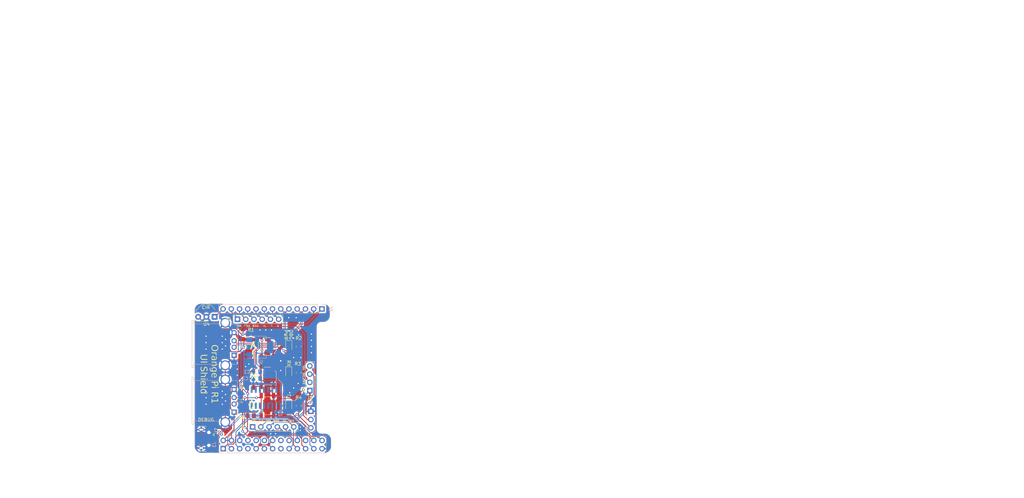
<source format=kicad_pcb>
(kicad_pcb (version 20221018) (generator pcbnew)

  (general
    (thickness 1.6)
  )

  (paper "A4")
  (layers
    (0 "F.Cu" signal)
    (31 "B.Cu" signal)
    (32 "B.Adhes" user "B.Adhesive")
    (33 "F.Adhes" user "F.Adhesive")
    (34 "B.Paste" user)
    (35 "F.Paste" user)
    (36 "B.SilkS" user "B.Silkscreen")
    (37 "F.SilkS" user "F.Silkscreen")
    (38 "B.Mask" user)
    (39 "F.Mask" user)
    (40 "Dwgs.User" user "User.Drawings")
    (41 "Cmts.User" user "User.Comments")
    (42 "Eco1.User" user "User.Eco1")
    (43 "Eco2.User" user "User.Eco2")
    (44 "Edge.Cuts" user)
    (45 "Margin" user)
    (46 "B.CrtYd" user "B.Courtyard")
    (47 "F.CrtYd" user "F.Courtyard")
    (48 "B.Fab" user)
    (49 "F.Fab" user)
    (51 "User.2" user "User.OPI_R1_F_Fab")
  )

  (setup
    (stackup
      (layer "F.SilkS" (type "Top Silk Screen"))
      (layer "F.Paste" (type "Top Solder Paste"))
      (layer "F.Mask" (type "Top Solder Mask") (thickness 0.01))
      (layer "F.Cu" (type "copper") (thickness 0.035))
      (layer "dielectric 1" (type "core") (thickness 1.51) (material "FR4") (epsilon_r 4.5) (loss_tangent 0.02))
      (layer "B.Cu" (type "copper") (thickness 0.035))
      (layer "B.Mask" (type "Bottom Solder Mask") (thickness 0.01))
      (layer "B.Paste" (type "Bottom Solder Paste"))
      (layer "B.SilkS" (type "Bottom Silk Screen"))
      (copper_finish "None")
      (dielectric_constraints no)
    )
    (pad_to_mask_clearance 0.05)
    (pcbplotparams
      (layerselection 0x00010fc_ffffffff)
      (plot_on_all_layers_selection 0x0000000_00000000)
      (disableapertmacros false)
      (usegerberextensions false)
      (usegerberattributes true)
      (usegerberadvancedattributes true)
      (creategerberjobfile true)
      (dashed_line_dash_ratio 12.000000)
      (dashed_line_gap_ratio 3.000000)
      (svgprecision 4)
      (plotframeref false)
      (viasonmask false)
      (mode 1)
      (useauxorigin false)
      (hpglpennumber 1)
      (hpglpenspeed 20)
      (hpglpendiameter 15.000000)
      (dxfpolygonmode true)
      (dxfimperialunits true)
      (dxfusepcbnewfont true)
      (psnegative false)
      (psa4output false)
      (plotreference true)
      (plotvalue true)
      (plotinvisibletext false)
      (sketchpadsonfab false)
      (subtractmaskfromsilk false)
      (outputformat 1)
      (mirror false)
      (drillshape 0)
      (scaleselection 1)
      (outputdirectory "gerbers/")
    )
  )

  (net 0 "")
  (net 1 "Net-(D1-A)")
  (net 2 "GND")
  (net 3 "Net-(D1-K)")
  (net 4 "Net-(D2-K)")
  (net 5 "Net-(D3-K)")
  (net 6 "/DEBUG_RX")
  (net 7 "/DEBUG_TX")
  (net 8 "+5V")
  (net 9 "/USB2+")
  (net 10 "/USB2-")
  (net 11 "/USB3+")
  (net 12 "/USB3-")
  (net 13 "Net-(J2-LINEOUTR)")
  (net 14 "Net-(J2-LINEOUTL)")
  (net 15 "Net-(J2-TV-OUT)")
  (net 16 "Net-(J2-MIC-BIAS)")
  (net 17 "Net-(J2-MIC1P)")
  (net 18 "Net-(J2-MIC1N)")
  (net 19 "/CIR-RX")
  (net 20 "+3.3V")
  (net 21 "/OLED_SDA")
  (net 22 "/OLED_SCK")
  (net 23 "unconnected-(J3-PA06-Pad7)")
  (net 24 "unconnected-(J3-TX1{slash}PG06-Pad8)")
  (net 25 "unconnected-(J3-RX1{slash}PG07-Pad10)")
  (net 26 "/SW1")
  (net 27 "unconnected-(J3-PA07-Pad12)")
  (net 28 "/SW2")
  (net 29 "unconnected-(J3-CTS{slash}PA03-Pad15)")
  (net 30 "unconnected-(J3-SDA1{slash}PA19-Pad16)")
  (net 31 "unconnected-(J3-SCK1{slash}PA18-Pad18)")
  (net 32 "/MOSI1")
  (net 33 "/MISO1")
  (net 34 "unconnected-(J3-RTS2{slash}PA02-Pad22)")
  (net 35 "/CLK1")
  (net 36 "/CS1")
  (net 37 "/SW3")
  (net 38 "Net-(J7-VBUS)")
  (net 39 "/UART_USB-")
  (net 40 "/UART_USB+")
  (net 41 "unconnected-(J7-ID-Pad4)")
  (net 42 "unconnected-(U2-NC-Pad7)")
  (net 43 "unconnected-(U2-NC-Pad8)")
  (net 44 "unconnected-(U2-~{CTS}-Pad9)")
  (net 45 "unconnected-(U2-~{DSR}-Pad10)")
  (net 46 "unconnected-(U2-~{RI}-Pad11)")
  (net 47 "unconnected-(U2-~{DCD}-Pad12)")
  (net 48 "unconnected-(U2-~{DTR}-Pad13)")
  (net 49 "unconnected-(U2-~{RTS}-Pad14)")
  (net 50 "unconnected-(U2-R232-Pad15)")

  (footprint "Resistor_SMD:R_0805_2012Metric_Pad1.20x1.40mm_HandSolder" (layer "F.Cu") (at 51.832 39.37 180))

  (footprint "LED_SMD:LED_0805_2012Metric_Pad1.15x1.40mm_HandSolder" (layer "F.Cu") (at 63.5 61.468 -90))

  (footprint "Resistor_SMD:R_0805_2012Metric_Pad1.20x1.40mm_HandSolder" (layer "F.Cu") (at 66.548 43.18 -90))

  (footprint "Resistor_SMD:R_0805_2012Metric_Pad1.20x1.40mm_HandSolder" (layer "F.Cu") (at 66.548 61.484 -90))

  (footprint "Resistor_SMD:R_0805_2012Metric_Pad1.20x1.40mm_HandSolder" (layer "F.Cu") (at 51.75 64.5 180))

  (footprint "Resistor_SMD:R_0805_2012Metric_Pad1.20x1.40mm_HandSolder" (layer "F.Cu") (at 66.548 51.308 -90))

  (footprint "Connector_PinSocket_2.54mm:PinSocket_1x04_P2.54mm_Vertical" (layer "F.Cu") (at 69.975 56.8 180))

  (footprint "Connector_PinSocket_2.54mm:PinSocket_1x06_P2.54mm_Vertical" (layer "F.Cu") (at 52.34 68 90))

  (footprint "LED_SMD:LED_0805_2012Metric_Pad1.15x1.40mm_HandSolder" (layer "F.Cu") (at 63.5 43.189 -90))

  (footprint "Button_Switch_SMD:SW_SPST_TL3342" (layer "F.Cu") (at 56.896 52.324 -90))

  (footprint "LED_SMD:LED_0805_2012Metric_Pad1.15x1.40mm_HandSolder" (layer "F.Cu") (at 63.5 51.299 -90))

  (footprint "Button_Switch_SMD:SW_SPST_TL3342" (layer "F.Cu") (at 56.896 61.468 -90))

  (footprint "Connector_PinSocket_2.54mm:PinSocket_1x06_P2.54mm_Vertical" (layer "F.Cu") (at 47.675 34.775 90))

  (footprint "Connector_USB:USB_Micro-B_XKB_U254-051T-4BH83-F1S" (layer "F.Cu") (at 36.9 71.7 -90))

  (footprint "OptoDevice:Vishay_MOLD-3Pin" (layer "F.Cu") (at 40.64 34.036 180))

  (footprint "Resistor_SMD:R_0805_2012Metric_Pad1.20x1.40mm_HandSolder" (layer "F.Cu") (at 51.578 55.88 180))

  (footprint "Button_Switch_SMD:SW_SPST_TL3342" (layer "F.Cu") (at 56.896 43.18 -90))

  (footprint "Connector_PinSocket_2.54mm:PinSocket_2x13_P2.54mm_Vertical" (layer "B.Cu") (at 43.2816 74.7268 -90))

  (footprint "Connector_PinSocket_2.54mm:PinSocket_1x03_P2.54mm_Vertical" (layer "B.Cu") (at 70.3072 63.1952 180))

  (footprint "Connector_PinSocket_2.54mm:PinSocket_1x13_P2.54mm_Vertical" (layer "B.Cu") (at 73.7108 31.5976 90))

  (footprint "Package_SO:SOIC-16_3.9x9.9mm_P1.27mm" (layer "B.Cu") (at 56.5 59 90))

  (footprint "Connector_USB:USB_A_Stewart_SS-52100-001_Horizontal" (layer "B.Cu") (at 46.63 63.444 90))

  (footprint "Capacitor_SMD:C_0805_2012Metric_Pad1.18x1.45mm_HandSolder" (layer "B.Cu") (at 53.6 51 180))

  (footprint "Capacitor_SMD:C_0805_2012Metric_Pad1.18x1.45mm_HandSolder" (layer "B.Cu") (at 53.594 53.086 180))

  (footprint "Connector_USB:USB_A_Stewart_SS-52100-001_Horizontal" (layer "B.Cu") (at 46.63 45.918 90))

  (footprint "Package_TO_SOT_SMD:SOT-223-3_TabPin2" (layer "B.Cu") (at 54.61 43.4))

  (gr_line (start 257.83691 45.160961) (end 257.83691 47.160957)
    (stroke (width 0.1) (type solid)) (layer "Dwgs.User") (tstamp 00311a39-cc21-4945-95ff-8d1125b5e34c))
  (gr_arc (start 246.851665 39.877508) (mid 247.103549 40.37738) (end 246.851664 40.877251)
    (stroke (width 0.1) (type solid)) (layer "Dwgs.User") (tstamp 00363e60-18f0-43e3-84f0-41bd0ede909d))
  (gr_line (start 57.356612 40.910779) (end 57.356612 41.215579)
    (stroke (width 0.1) (type solid)) (layer "Dwgs.User") (tstamp 005fe9e9-d3a8-4e2f-8539-b9aca8f07414))
  (gr_arc (start 36.496607 75.988687) (mid 35.082396 75.402902) (end 34.496612 73.988691)
    (stroke (width 0.1) (type solid)) (layer "Dwgs.User") (tstamp 006948f1-a027-4d44-a67e-4e5028ff8f93))
  (gr_line (start 29.496622 -21.519119) (end 30.945438 -22.967935)
    (stroke (width 0.1) (type solid)) (layer "Dwgs.User") (tstamp 00739442-d60c-4dc2-9942-35437b3f7293))
  (gr_arc (start 231.4536 44.096905) (mid 231.201703 43.59702) (end 231.4536 43.097135)
    (stroke (width 0.1) (type solid)) (layer "Dwgs.User") (tstamp 0097c8f6-aff8-498e-8412-e17a9f5608a4))
  (gr_line (start 58.372612 38.421579) (end 58.372612 38.599379)
    (stroke (width 0.1) (type solid)) (layer "Dwgs.User") (tstamp 00ae97d2-d5ee-45d4-a5ea-1ebb9359db95))
  (gr_line (start 53.243412 56.051135) (end 53.643411 56.451134)
    (stroke (width 0.1) (type solid)) (layer "Dwgs.User") (tstamp 00bee3f6-9613-43ef-9ccc-46871b7afe63))
  (gr_arc (start 276.038296 -16.011128) (mid 277.452507 -15.425344) (end 278.038292 -14.011133)
    (stroke (width 0.1) (type solid)) (layer "Dwgs.User") (tstamp 0117bc8b-b06b-4891-8ac1-38dbb7a36354))
  (gr_line (start 226.624501 41.445576) (end 223.482445 41.445576)
    (stroke (width 0.1) (type solid)) (layer "Dwgs.User") (tstamp 0144cf4b-d1ec-41a6-8526-701b9d8fd8f2))
  (gr_line (start 255.63219 57.682831) (end 255.63219 55.682835)
    (stroke (width 0.1) (type solid)) (layer "Dwgs.User") (tstamp 0163622f-f757-422e-b08a-31cb5a4fb951))
  (gr_line (start 41.986564 76.008296) (end 41.986564 70.928296)
    (stroke (width 0.1) (type solid)) (layer "Dwgs.User") (tstamp 0165e9b9-7225-4510-ab4a-72d2a6da410b))
  (gr_line (start 256.629902 35.424379) (end 256.629902 32.554179)
    (stroke (width 0.1) (type solid)) (layer "Dwgs.User") (tstamp 01872c62-dbc5-48b4-992b-e1ff7d50951f))
  (gr_line (start 57.763012 41.545779) (end 57.763012 41.799779)
    (stroke (width 0.1) (type solid)) (layer "Dwgs.User") (tstamp 01e610b6-1a0e-4809-a248-fae054d35198))
  (gr_line (start 271.133302 36.072079) (end 276.162502 36.072079)
    (stroke (width 0.1) (type solid)) (layer "Dwgs.User") (tstamp 01fc28be-0f22-470c-8f8a-cbfd7d9b82d8))
  (gr_arc (start 237.668802 33.57018) (mid 237.992089 33.704092) (end 238.126002 34.027379)
    (stroke (width 0.1) (type solid)) (layer "Dwgs.User") (tstamp 0246beff-7c5c-41fc-814d-f4707d9c9a0e))
  (gr_arc (start 59.732528 33.42644) (mid 60.2324 33.174555) (end 60.732272 33.42644)
    (stroke (width 0.1) (type solid)) (layer "Dwgs.User") (tstamp 026ae986-ede6-46f1-a24e-efe52aa93967))
  (gr_line (start 35.944412 65.624979) (end 35.563412 66.005979)
    (stroke (width 0.1) (type solid)) (layer "Dwgs.User") (tstamp 026fc361-631c-48f1-89c2-803dd7f9ded1))
  (gr_line (start 57.001012 49.241979) (end 57.001012 49.445179)
    (stroke (width 0.1) (type solid)) (layer "Dwgs.User") (tstamp 028b1c84-e233-46b9-9ac2-96c0693de9bf))
  (gr_line (start 57.991612 39.716979) (end 57.991612 39.920179)
    (stroke (width 0.1) (type solid)) (layer "Dwgs.User") (tstamp 02920c7e-6469-4340-8825-e916ca02e50a))
  (gr_line (start 242.918474 67.945777) (end 241.91873 67.945777)
    (stroke (width 0.1) (type solid)) (layer "Dwgs.User") (tstamp 0298245f-f795-4a10-916e-05f5f7ad4559))
  (gr_line (start 60.404612 40.605979) (end 60.404612 41.139379)
    (stroke (width 0.1) (type solid)) (layer "Dwgs.User") (tstamp 029ffa80-b339-43bb-9a46-0a1f5cbae153))
  (gr_line (start 59.48371 70.409679) (end 58.39151 70.409679)
    (stroke (width 0.1) (type solid)) (layer "Dwgs.User") (tstamp 02a5dedd-5439-4c95-bdfc-c3199b593b1d))
  (gr_line (start 58.144012 39.183579) (end 58.144012 39.285179)
    (stroke (width 0.1) (type solid)) (layer "Dwgs.User") (tstamp 02adb592-1aee-4aff-82a8-24c63fa4a988))
  (gr_line (start 268.478494 -21.547313) (end 269.92731 -22.996129)
    (stroke (width 0.1) (type solid)) (layer "Dwgs.User") (tstamp 02b4b22b-be90-4a50-8fe2-289c76a10056))
  (gr_line (start 57.178812 49.241979) (end 57.178812 49.445179)
    (stroke (width 0.1) (type solid)) (layer "Dwgs.User") (tstamp 02d9350a-4c96-409f-b02c-aab0398c7e7c))
  (gr_line (start 88.121506 29.988779) (end 104.777328 29.988779)
    (stroke (width 0.1) (type solid)) (layer "Dwgs.User") (tstamp 02e015c6-f7a1-4bb9-9d33-b1cccbc92f96))
  (gr_line (start 89.496502 31.988775) (end 89.496502 73.988691)
    (stroke (width 0.1) (type solid)) (layer "Dwgs.User") (tstamp 03024654-b294-4945-959b-4b22e8c4dee3))
  (gr_line (start 230.927744 68.63338) (end 230.927744 66.633384)
    (stroke (width 0.1) (type solid)) (layer "Dwgs.User") (tstamp 0310ef00-9815-49ab-a1e8-bf773abe98a4))
  (gr_line (start 231.898938 34.628343) (end 230.49889 34.628343)
    (stroke (width 0.1) (type solid)) (layer "Dwgs.User") (tstamp 03565676-0fe8-4005-a3cc-75a6fdacf073))
  (gr_line (start 60.176012 38.751779) (end 60.176012 39.005779)
    (stroke (width 0.1) (type solid)) (layer "Dwgs.User") (tstamp 0364eea0-8e28-4938-8b66-e4e44324ee79))
  (gr_line (start 57.001012 38.370779) (end 57.001012 38.523179)
    (stroke (width 0.1) (type solid)) (layer "Dwgs.User") (tstamp 036cbc1d-b324-447a-ad5e-968cd324cfdf))
  (gr_line (start 57.458212 39.615379) (end 57.458212 39.793179)
    (stroke (width 0.1) (type solid)) (layer "Dwgs.User") (tstamp 037164ae-b5cd-4367-ab46-2c206c32cab5))
  (gr_line (start 39.564649 59.811859) (end 39.564649 58.311735)
    (stroke (width 0.1) (type solid)) (layer "Dwgs.User") (tstamp 037299f5-a12f-4cfa-bb52-1e790745d331))
  (gr_line (start 56.442212 40.275779) (end 56.442212 40.783779)
    (stroke (width 0.1) (type solid)) (layer "Dwgs.User") (tstamp 03752c73-e46c-4070-9485-f75f661a5c97))
  (gr_line (start 62.770393 48.987979) (end 71.310381 48.987979)
    (stroke (width 0.1) (type solid)) (layer "Dwgs.User") (tstamp 03879be1-ab2d-4dd2-a31c-cfcb222c00df))
  (gr_line (start 69.929612 55.668179) (end 72.418812 55.668179)
    (stroke (width 0.1) (type solid)) (layer "Dwgs.User") (tstamp 038a7fef-38ab-4f61-bfc6-cd4247f0569e))
  (gr_line (start 43.361212 33.176479) (end 43.361212 34.471879)
    (stroke (width 0.1) (type solid)) (layer "Dwgs.User") (tstamp 03b231e3-305a-4c13-80b5-935cc5561456))
  (gr_line (start 57.839212 44.796979) (end 57.839212 45.050979)
    (stroke (width 0.1) (type solid)) (layer "Dwgs.User") (tstamp 03c7463f-38d1-427f-ab24-119005dfbf69))
  (gr_line (start 57.102612 46.016179) (end 57.102612 46.270179)
    (stroke (width 0.1) (type solid)) (layer "Dwgs.User") (tstamp 03daac39-42c7-4a9d-ab16-92f63222138a))
  (gr_line (start 56.010412 45.812979) (end 56.010412 46.193979)
    (stroke (width 0.1) (type solid)) (layer "Dwgs.User") (tstamp 03db3c99-9e86-447f-be18-bb88a8ade811))
  (gr_line (start 58.067812 40.910779) (end 58.067812 41.342579)
    (stroke (width 0.1) (type solid)) (layer "Dwgs.User") (tstamp 03eeb2e1-b48a-40cb-8123-34f48f5abfed))
  (gr_line (start 57.356612 37.405579) (end 57.356612 37.862779)
    (stroke (width 0.1) (type solid)) (layer "Dwgs.User") (tstamp 0405e9c6-3625-4b83-91d4-fefc435f11b4))
  (gr_line (start 232.865154 43.041534) (end 231.415322 43.041534)
    (stroke (width 0.1) (type solid)) (layer "Dwgs.User") (tstamp 040cf2f0-abbd-4a3c-86c0-154295711289))
  (gr_line (start 238.67134 41.947607) (end 240.171464 41.947607)
    (stroke (width 0.1) (type solid)) (layer "Dwgs.User") (tstamp 040e0fe7-54d7-45e4-8d63-1c25187acb35))
  (gr_line (start 56.924812 37.735779) (end 56.924812 38.091379)
    (stroke (width 0.1) (type solid)) (layer "Dwgs.User") (tstamp 041fde52-693d-4d79-bdc2-4da6a5e2bd59))
  (gr_line (start 58.118612 46.651179) (end 58.118612 47.463979)
    (stroke (width 0.1) (type solid)) (layer "Dwgs.User") (tstamp 043ac622-b7bc-4735-9d61-c82a978aac00))
  (gr_line (start 57.280412 39.488379) (end 57.280412 39.564579)
    (stroke (width 0.1) (type solid)) (layer "Dwgs.User") (tstamp 043f8c29-be00-4633-aad3-1699a8970de7))
  (gr_line (start 56.467612 40.275779) (end 56.467612 40.783779)
    (stroke (width 0.1) (type solid)) (layer "Dwgs.User") (tstamp 046fd0f7-a58e-4215-8324-8fd2d0fcd011))
  (gr_line (start 54.463171 57.180165) (end 54.463196 56.087965)
    (stroke (width 0.1) (type solid)) (layer "Dwgs.User") (tstamp 04b523c5-2917-4b59-bd67-9b6b4c5af3dc))
  (gr_line (start 58.042412 46.574979) (end 58.042412 46.803579)
    (stroke (width 0.1) (type solid)) (layer "Dwgs.User") (tstamp 04c3e499-7c72-4b1f-ac4f-0addf6914b43))
  (gr_line (start 262.281402 56.455579) (end 264.948402 56.455579)
    (stroke (width 0.1) (type solid)) (layer "Dwgs.User") (tstamp 04d42caf-4f13-4b9e-b571-1afe89093ea9))
  (gr_line (start 56.670812 49.241979) (end 56.670812 49.445179)
    (stroke (width 0.1) (type solid)) (layer "Dwgs.User") (tstamp 04d60563-ece7-4ee2-b033-4c6e5bc6a6d6))
  (gr_line (start 67.365558 52.411391) (end 67.465558 52.511391)
    (stroke (width 0.1) (type solid)) (layer "Dwgs.User") (tstamp 04e596fe-989f-446e-b135-66944f56fb35))
  (gr_line (start 241.924064 59.825651) (end 240.42394 59.825651)
    (stroke (width 0.1) (type solid)) (layer "Dwgs.User") (tstamp 04ff7384-56f3-4245-bc7a-c6b4eb990b41))
  (gr_line (start 231.4536 43.097135) (end 232.953724 43.097135)
    (stroke (width 0.1) (type solid)) (layer "Dwgs.User") (tstamp 050275fe-cffd-49af-b34d-bba10a5177c0))
  (gr_line (start 251.09829 53.041743) (end 250.00609 53.041743)
    (stroke (width 0.1) (type solid)) (layer "Dwgs.User") (tstamp 050860a7-0886-48f0-a052-0c7d77cbd042))
  (gr_arc (start 34.496611 31.988775) (mid 35.082396 30.574564) (end 36.496608 29.988779)
    (stroke (width 0.1) (type solid)) (layer "Dwgs.User") (tstamp 0531c100-1608-4b6b-be04-179f48180cd3))
  (gr_line (start 247.513029 51.735751) (end 246.513285 51.735751)
    (stroke (width 0.1) (type solid)) (layer "Dwgs.User") (tstamp 053bd0d1-3751-4c20-94d5-2a2322cd57cc))
  (gr_line (start 56.569212 46.016179) (end 56.569212 46.270179)
    (stroke (width 0.1) (type solid)) (layer "Dwgs.User") (tstamp 054183ff-1af1-4c40-9665-7925e559e012))
  (gr_arc (start 55.199212 38.539105) (mid 55.073025 38.665288) (end 54.946838 38.539105)
    (stroke (width 0.1) (type solid)) (layer "Dwgs.User") (tstamp 056c8b00-a51d-49f3-8296-824e6305fc4c))
  (gr_line (start 58.372612 39.818579) (end 58.372612 39.945579)
    (stroke (width 0.1) (type solid)) (layer "Dwgs.User") (tstamp 0571b38e-0017-45d9-9b34-01390cc095af))
  (gr_line (start 250.674999 67.988347) (end 250.674999 65.988351)
    (stroke (width 0.1) (type solid)) (layer "Dwgs.User") (tstamp 058127b6-c74b-44fc-914b-f38c248535ee))
  (gr_line (start 58.372612 40.250379) (end 58.372612 40.428179)
    (stroke (width 0.1) (type solid)) (layer "Dwgs.User") (tstamp 059243e0-094b-40a2-b0d5-e10be37651af))
  (gr_line (start 58.575812 39.056579) (end 58.575812 39.158179)
    (stroke (width 0.1) (type solid)) (layer "Dwgs.User") (tstamp 05a52a26-3ea9-49e3-b51e-94799e1cb137))
  (gr_line (start 56.416812 37.862779) (end 56.416812 38.548579)
    (stroke (width 0.1) (type solid)) (layer "Dwgs.User") (tstamp 05d82f1c-0ac6-4406-93f5-e3f3de0b7fb4))
  (gr_line (start 56.823212 40.504379) (end 56.823212 40.936179)
    (stroke (width 0.1) (type solid)) (layer "Dwgs.User") (tstamp 060286f4-0ad6-4103-900f-91d19e4aad0d))
  (gr_line (start 58.271012 37.456379) (end 58.271012 37.964379)
    (stroke (width 0.1) (type solid)) (layer "Dwgs.User") (tstamp 060df74e-5519-43e8-b528-a82e384847ae))
  (gr_line (start 57.382012 38.878779) (end 57.382012 39.056579)
    (stroke (width 0.1) (type solid)) (layer "Dwgs.User") (tstamp 0615393b-1172-439a-976a-642976350ea4))
  (gr_line (start 69.964842 60.310791) (end 70.345842 60.691791)
    (stroke (width 0.1) (type solid)) (layer "Dwgs.User") (tstamp 063e6d5d-eb1e-45cb-b86f-f9fd7d474b83))
  (gr_line (start 232.182402 46.270179) (end 231.191802 46.270179)
    (stroke (width 0.1) (type solid)) (layer "Dwgs.User") (tstamp 0645631b-5b4d-4939-a991-b1fe16569549))
  (gr_line (start 70.684424 51.730722) (end 69.7844 51.730722)
    (stroke (width 0.1) (type solid)) (layer "Dwgs.User") (tstamp 0657026b-b9d8-465d-88e1-7ea27a440a7f))
  (gr_line (start 255.468614 58.803225) (end 255.468614 60.803221)
    (stroke (width 0.1) (type solid)) (layer "Dwgs.User") (tstamp 065705a7-2232-4064-9ead-aa83def5b066))
  (gr_arc (start 257.19843 59.019963) (mid 256.946018 58.520091) (end 257.19843 58.020219)
    (stroke (width 0.1) (type solid)) (layer "Dwgs.User") (tstamp 065c7cdf-bb94-4987-a3c1-4a6e531fdea7))
  (gr_line (start 57.483612 38.980379) (end 57.483612 39.158179)
    (stroke (width 0.1) (type solid)) (layer "Dwgs.User") (tstamp 069ddade-e9df-4f42-8946-c67fb0be2704))
  (gr_line (start 242.342859 36.86433) (end 244.342881 36.86433)
    (stroke (width 0.1) (type solid)) (layer "Dwgs.User") (tstamp 06b04e16-0e83-4fb2-be22-f63900dea2c6))
  (gr_line (start 58.042412 47.159179) (end 58.042412 47.489379)
    (stroke (width 0.1) (type solid)) (layer "Dwgs.User") (tstamp 06b5916b-6679-44e9-b7b3-d39059dd5f00))
  (gr_line (start 36.933793 54.586647) (end 38.229193 54.586647)
    (stroke (width 0.1) (type solid)) (layer "Dwgs.User") (tstamp 06b8dbdd-506e-42c5-880b-148c00f18868))
  (gr_line (start 57.864612 44.796979) (end 57.864612 45.050979)
    (stroke (width 0.1) (type solid)) (layer "Dwgs.User") (tstamp 06c3d367-4384-416d-b01f-0ef1e445fc7e))
  (gr_line (start 61.293612 63.288179) (end 61.674612 63.669179)
    (stroke (width 0.1) (type solid)) (layer "Dwgs.User") (tstamp 06fe0b1b-5868-4e9b-9742-6f247a9fb587))
  (gr_arc (start 237.409239 48.427022) (mid 236.909354 48.678917) (end 236.40947 48.42702)
    (stroke (width 0.1) (type solid)) (layer "Dwgs.User") (tstamp 0700aec4-4b4b-47fe-bb6e-a7c39a7cc7b8))
  (gr_line (start 57.813812 39.158179) (end 57.813812 39.640779)
    (stroke (width 0.1) (type solid)) (layer "Dwgs.User") (tstamp 070cdcb6-3789-4489-9a93-dd74f2c52a0b))
  (gr_line (start 58.804412 40.453579) (end 58.804412 40.936179)
    (stroke (width 0.1) (type solid)) (layer "Dwgs.User") (tstamp 071e03f6-ec9d-4a62-80d4-6dd41651c10c))
  (gr_line (start 57.940812 50.003979) (end 57.940812 50.283379)
    (stroke (width 0.1) (type solid)) (layer "Dwgs.User") (tstamp 0735ebfa-48e8-4f0e-8e92-7a5d8558430c))
  (gr_line (start 57.331212 45.330379) (end 57.331212 46.270179)
    (stroke (width 0.1) (type solid)) (layer "Dwgs.User") (tstamp 07465ba0-756c-4bd7-ba77-07d965e49fee))
  (gr_line (start 58.296412 39.158179) (end 58.296412 39.234379)
    (stroke (width 0.1) (type solid)) (layer "Dwgs.User") (tstamp 07750f9b-df98-4a34-b10f-8a3226fbc91f))
  (gr_arc (start 171.538505 78.488682) (mid 172.538503 77.488684) (end 173.538501 78.488682)
    (stroke (width 0.1) (type solid)) (layer "Dwgs.User") (tstamp 07aa3189-3f66-4caf-acf6-f0d9c748cd5e))
  (gr_line (start 34.964505 58.717627) (end 35.964249 58.717601)
    (stroke (width 0.1) (type solid)) (layer "Dwgs.User") (tstamp 07af331f-4a38-4df4-971f-52fcc14b2207))
  (gr_arc (start 228.612127 40.698868) (mid 228.864027 41.198752) (end 228.612127 41.698636)
    (stroke (width 0.1) (type solid)) (layer "Dwgs.User") (tstamp 07b720e7-b6ec-4711-9887-564ce66c5a05))
  (gr_line (start 56.772412 46.016179) (end 56.772412 46.270179)
    (stroke (width 0.1) (type solid)) (layer "Dwgs.User") (tstamp 07e6aee9-d49a-4c62-ac34-05d509539002))
  (gr_line (start 242.764804 41.757107) (end 244.7648 41.757107)
    (stroke (width 0.1) (type solid)) (layer "Dwgs.User") (tstamp 07f1f48f-5b08-46b9-8adb-9205c5e130be))
  (gr_line (start 58.169412 45.355779) (end 58.169412 46.270179)
    (stroke (width 0.1) (type solid)) (layer "Dwgs.User") (tstamp 08074ad8-1442-4cb2-90f1-c14085edb63f))
  (gr_line (start 34.959552 60.770912) (end 35.959296 60.770912)
    (stroke (width 0.1) (type solid)) (layer "Dwgs.User") (tstamp 080916d0-1cc5-415c-a41d-338d4a6ae165))
  (gr_line (start 246.708408 37.506671) (end 248.708404 37.506671)
    (stroke (width 0.1) (type solid)) (layer "Dwgs.User") (tstamp 081a0531-a810-4cb6-8804-a9a8f842d2ae))
  (gr_line (start 57.712212 37.557979) (end 57.712212 41.190179)
    (stroke (width 0.1) (type solid)) (layer "Dwgs.User") (tstamp 083f5695-3fbc-430c-9158-6e0bcf741474))
  (gr_line (start 57.102612 40.123379) (end 57.102612 40.301179)
    (stroke (width 0.1) (type solid)) (layer "Dwgs.User") (tstamp 085be302-f8fa-48e8-b438-f83a2cecacde))
  (gr_line (start 58.017012 41.545779) (end 58.017012 41.825179)
    (stroke (width 0.1) (type solid)) (layer "Dwgs.User") (tstamp 086cffd9-3d1c-4a1d-87d6-5c0b8579f65d))
  (gr_line (start -23.503272 80.988677) (end 87.496506 80.988677)
    (stroke (width 0.1) (type solid)) (layer "Dwgs.User") (tstamp 087aebba-dc1b-462a-ba0d-da1ea1a01ec5))
  (gr_line (start 56.391412 49.241979) (end 56.391412 49.445179)
    (stroke (width 0.1) (type solid)) (layer "Dwgs.User") (tstamp 087ed248-d573-4cd2-a240-0c2c4edd324e))
  (gr_line (start 257.316159 42.963734) (end 258.816283 42.963734)
    (stroke (width 0.1) (type solid)) (layer "Dwgs.User") (tstamp 088a5fca-d999-4f28-b384-08f5c1f24182))
  (gr_line (start 232.213263 46.132384) (end 231.213519 46.132384)
    (stroke (width 0.1) (type solid)) (layer "Dwgs.User") (tstamp 08e2b609-2890-41fd-a0f2-908a270e7964))
  (gr_line (start 249.764638 64.67032) (end 249.764638 63.670576)
    (stroke (width 0.1) (type solid)) (layer "Dwgs.User") (tstamp 08ec1f19-8281-4197-b13b-f6fb78272a6d))
  (gr_line (start 60.150612 39.539179) (end 60.150612 39.716979)
    (stroke (width 0.1) (type solid)) (layer "Dwgs.User") (tstamp 08ee7070-4285-4633-9f63-12f2835a66a6))
  (gr_line (start 57.991612 42.688779) (end 57.991612 42.993579)
    (stroke (width 0.1) (type solid)) (layer "Dwgs.User") (tstamp 0904e139-b2d3-4da6-98f4-a3442e1af2fa))
  (gr_line (start 57.610612 37.507179) (end 57.610612 37.888179)
    (stroke (width 0.1) (type solid)) (layer "Dwgs.User") (tstamp 091e19ee-968e-4003-9230-dbe97a48e1ca))
  (gr_arc (start 251.281932 55.398939) (mid 251.030047 54.899067) (end 251.281932 54.399195)
    (stroke (width 0.1) (type solid)) (layer "Dwgs.User") (tstamp 0938ba9d-c90c-4a8f-94fa-0aa708316195))
  (gr_arc (start 237.668802 34.48458) (mid 237.34551 34.350671) (end 237.211602 34.027379)
    (stroke (width 0.1) (type solid)) (layer "Dwgs.User") (tstamp 09421340-aaab-4396-99bb-b7eccc46efed))
  (gr_line (start 56.137412 39.488379) (end 56.137412 39.869379)
    (stroke (width 0.1) (type solid)) (layer "Dwgs.User") (tstamp 096867a3-f184-4c44-ba8b-a52989970023))
  (gr_line (start 56.950212 39.564579) (end 56.950212 39.691579)
    (stroke (width 0.1) (type solid)) (layer "Dwgs.User") (tstamp 0995a34b-1d2f-4769-8422-a25b26be6e92))
  (gr_line (start 58.804412 39.716979) (end 58.804412 39.843979)
    (stroke (width 0.1) (type solid)) (layer "Dwgs.User") (tstamp 09984709-b4e7-4e76-b517-90d53691013f))
  (gr_line (start 261.379702 35.652979) (end 261.379702 37.684979)
    (stroke (width 0.1) (type solid)) (layer "Dwgs.User") (tstamp 09a18cda-22be-4d0a-b567-12b11a6275fb))
  (gr_line (start 59.922012 39.386779) (end 59.922012 39.412179)
    (stroke (width 0.1) (type solid)) (layer "Dwgs.User") (tstamp 09cb4e67-fbb0-4113-9e2d-bd6036ad5719))
  (gr_arc (start -15.003289 78.488682) (mid -16.003287 79.48868) (end -17.003285 78.488682)
    (stroke (width 0.1) (type solid)) (layer "Dwgs.User") (tstamp 09d7ec2d-7230-4a9a-a6bd-8adfed525cbc))
  (gr_line (start 248.710436 39.740347) (end 250.710432 39.740347)
    (stroke (width 0.1) (type solid)) (layer "Dwgs.User") (tstamp 09f38e67-bc1c-4886-991b-615063799a3a))
  (gr_line (start 57.001012 37.735779) (end 57.001012 38.015179)
    (stroke (width 0.1) (type solid)) (layer "Dwgs.User") (tstamp 09f5b9df-4067-40ad-846a-4b379fba0f88))
  (gr_line (start 249.747416 64.762776) (end 251.747412 64.762776)
    (stroke (width 0.1) (type solid)) (layer "Dwgs.User") (tstamp 0a04b84a-06d9-45d1-ba10-912d10292891))
  (gr_line (start 60.455412 40.250379) (end 60.455412 41.240979)
    (stroke (width 0.1) (type solid)) (layer "Dwgs.User") (tstamp 0a1365b0-db01-4453-983f-276cea63f283))
  (gr_line (start 233.503202 40.986979) (end 233.503202 40.478979)
    (stroke (width 0.1) (type solid)) (layer "Dwgs.User") (tstamp 0a411add-a3e0-41ff-86af-6f2922c5f8a8))
  (gr_line (start 72.56791 36.512871) (end 72.56791 52.006871)
    (stroke (width 0.1) (type solid)) (layer "Dwgs.User") (tstamp 0a4792c2-c794-41c7-8cf6-493c103cad8d))
  (gr_line (start 57.712212 42.612579) (end 57.712212 42.841179)
    (stroke (width 0.1) (type solid)) (layer "Dwgs.User") (tstamp 0a5e9fdd-298e-46e4-9aa5-3cc744a99ff6))
  (gr_arc (start 276.038296 29.98878) (mid 277.452507 30.574564) (end 278.038292 31.988775)
    (stroke (width 0.1) (type solid)) (layer "Dwgs.User") (tstamp 0a752c7e-4781-4417-aa93-6f57b127b937))
  (gr_line (start 230.515146 40.941462) (end 229.115098 40.941462)
    (stroke (width 0.1) (type solid)) (layer "Dwgs.User") (tstamp 0a915ca2-8b09-46af-bec3-6e00af78944d))
  (gr_line (start 38.275345 69.729695) (end 39.275114 69.729695)
    (stroke (width 0.1) (type solid)) (layer "Dwgs.User") (tstamp 0aa211b1-9e72-4341-ac9d-cce1fca75a28))
  (gr_line (start 56.797812 37.811979) (end 56.797812 38.243779)
    (stroke (width 0.1) (type solid)) (layer "Dwgs.User") (tstamp 0aa9ed74-c9d9-4e7a-bb3b-800ca281fc01))
  (gr_line (start 57.204212 49.241979) (end 57.204212 49.445179)
    (stroke (width 0.1) (type solid)) (layer "Dwgs.User") (tstamp 0afc3cc8-cd62-423b-ad52-bea9e7e7a452))
  (gr_line (start 71.458311 48.218994) (end 70.458313 48.218994)
    (stroke (width 0.1) (type solid)) (layer "Dwgs.User") (tstamp 0b137d07-94a0-48bb-935e-5e41a8844ee6))
  (gr_line (start 248.332738 63.355743) (end 246.93269 63.355743)
    (stroke (width 0.1) (type solid)) (layer "Dwgs.User") (tstamp 0b20aaf9-a15c-428c-a92a-7b170aa190b6))
  (gr_arc (start 60.732271 34.926565) (mid 60.232399 35.178976) (end 59.732528 34.926564)
    (stroke (width 0.1) (type solid)) (layer "Dwgs.User") (tstamp 0b36fd54-c7dd-4f87-ac9e-b5e4f9c9d5d3))
  (gr_line (start 38.229193 54.586647) (end 38.229193 55.678847)
    (stroke (width 0.1) (type solid)) (layer "Dwgs.User") (tstamp 0b3e1aa3-6d1f-4cf2-9232-f2b15dade108))
  (gr_line (start 258.987276 53.584363) (end 257.487152 53.584363)
    (stroke (width 0.1) (type solid)) (layer "Dwgs.User") (tstamp 0b61b25f-fbca-4f50-9bbf-28f6ddf5844b))
  (gr_line (start 84.889704 -21.547313) (end 86.33852 -22.996129)
    (stroke (width 0.1) (type solid)) (layer "Dwgs.User") (tstamp 0b6a3b82-8be1-426f-8e3e-9ee1ab293fc2))
  (gr_line (start 57.305812 37.405579) (end 57.305812 37.888179)
    (stroke (width 0.1) (type solid)) (layer "Dwgs.User") (tstamp 0b7430a4-2f60-4f5c-bae8-c1cc14493aa7))
  (gr_line (start 253.302502 60.240179) (end 253.302502 59.147979)
    (stroke (width 0.1) (type solid)) (layer "Dwgs.User") (tstamp 0ba035a0-875a-4d4a-a306-dd61e6ed2a73))
  (gr_line (start 55.15433 61.723895) (end 59.854321 61.723869)
    (stroke (width 0.1) (type solid)) (layer "Dwgs.User") (tstamp 0ba133fa-5fcf-4e44-b987-4d066d6ba501))
  (gr_line (start 43.577112 37.900879) (end 43.577112 34.878279)
    (stroke (width 0.1) (type solid)) (layer "Dwgs.User") (tstamp 0ba6cc45-b86b-4686-9c95-c7b0953382cd))
  (gr_line (start 57.356612 50.359579) (end 57.356612 50.613579)
    (stroke (width 0.1) (type solid)) (layer "Dwgs.User") (tstamp 0bafd3f8-90e4-4662-b4d8-8aa2f1da875e))
  (gr_line (start 58.652012 40.580579) (end 58.652012 40.936179)
    (stroke (width 0.1) (type solid)) (layer "Dwgs.User") (tstamp 0bccdf62-a396-4d71-952d-6a5465329091))
  (gr_line (start 57.280412 49.241979) (end 57.280412 50.054779)
    (stroke (width 0.1) (type solid)) (layer "Dwgs.User") (tstamp 0bdd2941-9afc-4749-8075-c1a5fa6cfe7b))
  (gr_line (start 56.899412 40.377379) (end 56.899412 40.580579)
    (stroke (width 0.1) (type solid)) (layer "Dwgs.User") (tstamp 0be8988e-d4cc-4633-bceb-acc01a73f260))
  (gr_arc (start 163.038522 31.988776) (mid 163.624307 30.574564) (end 165.038518 29.988779)
    (stroke (width 0.1) (type solid)) (layer "Dwgs.User") (tstamp 0bfb094c-56c0-4986-b816-ff8972e414d5))
  (gr_line (start 54.463196 58.881965) (end 55.758571 58.881965)
    (stroke (width 0.1) (type solid)) (layer "Dwgs.User") (tstamp 0c0144a8-76f9-4dc2-8a1c-0ee6f68d38bc))
  (gr_line (start 245.69505 67.06681) (end 247.195174 67.06681)
    (stroke (width 0.1) (type solid)) (layer "Dwgs.User") (tstamp 0c04b1f7-160e-4e43-98c3-ae467d70128e))
  (gr_line (start 58.39151 67.387079) (end 59.48371 67.387079)
    (stroke (width 0.1) (type solid)) (layer "Dwgs.User") (tstamp 0c052b1f-a7b3-48a2-ac45-5572b93e70ef))
  (gr_line (start 98.392598 -16.011129) (end 90.004502 -16.011129)
    (stroke (width 0.1) (type solid)) (layer "Dwgs.User") (tstamp 0c28318a-23d8-432b-99ee-72e167e75257))
  (gr_line (start 248.332738 65.455815) (end 248.332738 63.355743)
    (stroke (width 0.1) (type solid)) (layer "Dwgs.User") (tstamp 0c3b7607-9111-4ae7-b4c0-3ae13e723292))
  (gr_line (start 57.966212 42.688779) (end 57.966212 42.942779)
    (stroke (width 0.1) (type solid)) (layer "Dwgs.User") (tstamp 0c43a990-49f2-41c2-9262-f4be5f289d6e))
  (gr_line (start 59.820412 50.080179) (end 59.820412 51.375579)
    (stroke (width 0.1) (type solid)) (layer "Dwgs.User") (tstamp 0c4ea393-6e2e-43bc-bbf2-b5765fa268b4))
  (gr_line (start 58.347212 39.818579) (end 58.347212 39.970979)
    (stroke (width 0.1) (type solid)) (layer "Dwgs.User") (tstamp 0c65d395-4e72-49f2-b568-6b49748e681a))
  (gr_line (start 252.483352 55.454819) (end 253.983476 55.454819)
    (stroke (width 0.1) (type solid)) (layer "Dwgs.User") (tstamp 0c6c544e-7a7d-46c9-8257-3a610b7bde27))
  (gr_line (start 62.233412 51.375579) (end 62.233412 48.860979)
    (stroke (width 0.1) (type solid)) (layer "Dwgs.User") (tstamp 0cd16cf3-965a-4e44-9122-2698c59e5d0e))
  (gr_line (start 56.620012 37.811979) (end 56.620012 38.294579)
    (stroke (width 0.1) (type solid)) (layer "Dwgs.User") (tstamp 0ce078b3-1199-4138-b7af-6e91decb99eb))
  (gr_line (start 57.661412 45.177979) (end 57.661412 45.381179)
    (stroke (width 0.1) (type solid)) (layer "Dwgs.User") (tstamp 0ceb388d-dc5d-45a1-bd74-b2f7a1f81505))
  (gr_line (start 57.178812 41.545779) (end 57.178812 41.799779)
    (stroke (width 0.1) (type solid)) (layer "Dwgs.User") (tstamp 0d0e9c32-e891-4576-8a80-59cec36b612a))
  (gr_line (start 58.880612 39.767779) (end 58.880612 39.894779)
    (stroke (width 0.1) (type solid)) (layer "Dwgs.User") (tstamp 0d88d1b6-909b-47aa-82be-a718c94df90d))
  (gr_line (start 247.142418 47.1462) (end 247.142418 45.64605)
    (stroke (width 0.1) (type solid)) (layer "Dwgs.User") (tstamp 0d88f5c6-ca30-4ad1-81d3-c67abbaff947))
  (gr_line (start 57.788412 37.557979) (end 57.788412 37.888179)
    (stroke (width 0.1) (type solid)) (layer "Dwgs.User") (tstamp 0d9db2fe-e9db-4bd9-ab00-255b246500e3))
  (gr_line (start 69.294612 58.004979) (end 70.005812 57.293779)
    (stroke (width 0.1) (type solid)) (layer "Dwgs.User") (tstamp 0daaa72b-2878-4db5-b9b0-cd941d2eef0a))
  (gr_line (start 49.855484 70.134241) (end 49.855484 68.634117)
    (stroke (width 0.1) (type solid)) (layer "Dwgs.User") (tstamp 0dafb1c5-f7d6-4872-a83a-1ada9d6a745c))
  (gr_line (start 246.032514 65.455815) (end 244.632466 65.455815)
    (stroke (width 0.1) (type solid)) (layer "Dwgs.User") (tstamp 0dd29838-1684-41fc-9a17-fc57188a6e92))
  (gr_line (start 63.884412 62.500779) (end 63.884412 63.313579)
    (stroke (width 0.1) (type solid)) (layer "Dwgs.User") (tstamp 0e04cab2-6071-445e-ae48-62605aab64d7))
  (gr_line (start 253.871843 41.939987) (end 254.964043 41.939987)
    (stroke (width 0.1) (type solid)) (layer "Dwgs.User") (tstamp 0e054e19-e71b-43d8-b982-a50df4641b01))
  (gr_line (start 57.763012 37.557979) (end 57.763012 41.190179)
    (stroke (width 0.1) (type solid)) (layer "Dwgs.User") (tstamp 0e1b7a33-3423-497a-94f1-267ab88e6c2f))
  (gr_line (start 57.153412 39.158179) (end 57.153412 39.285179)
    (stroke (width 0.1) (type solid)) (layer "Dwgs.User") (tstamp 0e1b7d36-bb92-4c03-b99d-fa32f269fe51))
  (gr_line (start 57.813812 46.905179) (end 57.813812 47.260779)
    (stroke (width 0.1) (type solid)) (layer "Dwgs.User") (tstamp 0e30f50b-dbb1-43da-9d41-aa662bed52ea))
  (gr_line (start 236.346656 42.242806) (end 236.346656 40.742656)
    (stroke (width 0.1) (type solid)) (layer "Dwgs.User") (tstamp 0e346284-5d33-4380-b95c-52a6980e402a))
  (gr_line (start 57.839212 43.501579) (end 57.839212 43.755579)
    (stroke (width 0.1) (type solid)) (layer "Dwgs.User") (tstamp 0e3a0740-a097-4c34-a187-eacd5dbaf97c))
  (gr_line (start 58.347212 39.589979) (end 58.347212 39.691579)
    (stroke (width 0.1) (type solid)) (layer "Dwgs.User") (tstamp 0e3c4250-d99d-4103-b23b-21846a899a51))
  (gr_line (start 242.582153 37.899101) (end 244.582149 37.899101)
    (stroke (width 0.1) (type solid)) (layer "Dwgs.User") (tstamp 0e56d45c-16b6-48ca-af85-c2bdb761d238))
  (gr_line (start 58.118612 38.751779) (end 58.118612 38.929579)
    (stroke (width 0.1) (type solid)) (layer "Dwgs.User") (tstamp 0e7a8535-87ea-416e-805f-f77ad973a67f))
  (gr_line (start 57.458212 38.980379) (end 57.458212 39.158179)
    (stroke (width 0.1) (type solid)) (layer "Dwgs.User") (tstamp 0e7dd166-ed0d-427f-8ecd-a5caac2132aa))
  (gr_line (start 57.178812 39.183579) (end 57.178812 39.285179)
    (stroke (width 0.1) (type solid)) (layer "Dwgs.User") (tstamp 0e878a4a-bd19-42af-bb9d-44333af0efd0))
  (gr_line (start 46.813123 33.623468) (end 49.815301 33.623468)
    (stroke (width 0.1) (type solid)) (layer "Dwgs.User") (tstamp 0e8fc8bc-bcba-47bd-a0d6-a9e9d0e87572))
  (gr_line (start 238.663466 36.779215) (end 240.063514 36.779215)
    (stroke (width 0.1) (type solid)) (layer "Dwgs.User") (tstamp 0ea452c4-6d88-420f-ae90-cc6a9d08b493))
  (gr_line (start 61.141212 60.875179) (end 60.633212 60.875179)
    (stroke (width 0.1) (type solid)) (layer "Dwgs.User") (tstamp 0eaaf2c1-d81c-4bf0-8f98-5cab222d24ca))
  (gr_arc (start 48.85574 68.634117) (mid 49.355612 68.381705) (end 49.855484 68.634117)
    (stroke (width 0.1) (type solid)) (layer "Dwgs.User") (tstamp 0edb25be-56b4-455f-9f25-9d6b3096cef4))
  (gr_arc (start 237.346425 42.242807) (mid 236.84654 42.495228) (end 236.346656 42.242806)
    (stroke (width 0.1) (type solid)) (layer "Dwgs.User") (tstamp 0edb84b3-c69a-4417-adb5-cbdb570f44df))
  (gr_line (start 237.578632 45.151614) (end 237.578607 46.243814)
    (stroke (width 0.1) (type solid)) (layer "Dwgs.User") (tstamp 0ef1cfd7-94a8-4896-a927-9cd6bf8079ce))
  (gr_line (start 66.984076 70.469902) (end 66.984076 69.02007)
    (stroke (width 0.1) (type solid)) (layer "Dwgs.User") (tstamp 0f0ffb37-0ca2-4e92-b21d-f6b669f7d95b))
  (gr_arc (start 236.147267 44.570082) (mid 236.399149 45.069954) (end 236.147266 45.569825)
    (stroke (width 0.1) (type solid)) (layer "Dwgs.User") (tstamp 0f2043c8-ffa1-4193-93a7-687512c05ee2))
  (gr_line (start 234.47178 43.22383) (end 234.47178 44.51923)
    (stroke (width 0.1) (type solid)) (layer "Dwgs.User") (tstamp 0f23abd1-b382-4a64-8c51-2074d5705296))
  (gr_line (start 227.704788 38.413781) (end 227.704788 40.613777)
    (stroke (width 0.1) (type solid)) (layer "Dwgs.User") (tstamp 0f3762eb-c0c3-4295-8b28-47cdbb7b914d))
  (gr_line (start 57.229612 46.803579) (end 57.229612 47.336979)
    (stroke (width 0.1) (type solid)) (layer "Dwgs.User") (tstamp 0f4b14ec-63f7-4caf-b81f-adf806fc6206))
  (gr_arc (start 255.825357 40.50189) (mid 256.325229 40.250005) (end 256.825101 40.50189)
    (stroke (width 0.1) (type solid)) (layer "Dwgs.User") (tstamp 0f5dd051-6fe9-4e11-a836-67a49f4a25c1))
  (gr_line (start 56.061212 39.539179) (end 56.061212 39.818579)
    (stroke (width 0.1) (type solid)) (layer "Dwgs.User") (tstamp 0f9cd76c-7bda-4eb7-940e-2839e4813393))
  (gr_line (start 58.296412 43.501579) (end 58.296412 43.755579)
    (stroke (width 0.1) (type solid)) (layer "Dwgs.User") (tstamp 0fb823d4-b6f7-49bc-a762-606bde909fe7))
  (gr_line (start 57.534412 45.177979) (end 57.534412 45.406579)
    (stroke (width 0.1) (type solid)) (layer "Dwgs.User") (tstamp 0fe77c33-c0d7-442c-931c-b0867bd0ec4e))
  (gr_line (start 226.764684 47.059611) (end 226.764684 46.059867)
    (stroke (width 0.1) (type solid)) (layer "Dwgs.User") (tstamp 0febfc36-0bbf-4b32-a443-2aead7166f46))
  (gr_line (start 48.113501 34.72339) (end 48.215101 36.125368)
    (stroke (width 0.1) (type solid)) (layer "Dwgs.User") (tstamp 1007b162-6aa5-4294-a8cb-de56121468e6))
  (gr_arc (start 163.038522 -14.011132) (mid 163.624307 -15.425344) (end 165.038518 -16.011129)
    (stroke (width 0.1) (type solid)) (layer "Dwgs.User") (tstamp 10177b8a-975e-41e3-8a74-404261d20e54))
  (gr_line (start 233.909602 41.164779) (end 233.909602 40.504379)
    (stroke (width 0.1) (type solid)) (layer "Dwgs.User") (tstamp 10247d19-2b33-4c69-9b59-d5795b22db83))
  (gr_line (start 57.229612 44.796979) (end 57.229612 45.050979)
    (stroke (width 0.1) (type solid)) (layer "Dwgs.User") (tstamp 1049cedd-dbf6-4ee6-a40d-113e96d9e42f))
  (gr_arc (start 229.37494 66.607451) (mid 229.123055 66.107579) (end 229.37494 65.607707)
    (stroke (width 0.1) (type solid)) (layer "Dwgs.User") (tstamp 1051323e-456d-4af1-973c-b17c3e2af359))
  (gr_line (start 59.998212 39.716979) (end 59.998212 40.656779)
    (stroke (width 0.1) (type solid)) (layer "Dwgs.User") (tstamp 105d38d6-e2b8-44e3-a7a4-4eaf73b6e86f))
  (gr_arc (start 48.517412 66.183779) (mid 48.383502 66.507069) (end 48.060212 66.640979)
    (stroke (width 0.1) (type solid)) (layer "Dwgs.User") (tstamp 108c97b5-f02d-4dcd-ae7e-7c8b765f34da))
  (gr_line (start 56.620012 40.453579) (end 56.620012 40.783779)
    (stroke (width 0.1) (type solid)) (layer "Dwgs.User") (tstamp 1095adfe-28fb-4c9a-be1d-c186376b1e5d))
  (gr_line (start 256.865614 60.025295) (end 255.86587 60.025295)
    (stroke (width 0.1) (type solid)) (layer "Dwgs.User") (tstamp 10adfe34-e5e0-40dd-b4ce-8990c68983f4))
  (gr_line (start 60.099812 38.777179) (end 60.099812 39.081979)
    (stroke (width 0.1) (type solid)) (layer "Dwgs.User") (tstamp 10b0b412-96ee-4e76-8bb8-78b60aded800))
  (gr_line (start 58.169412 37.481779) (end 58.169412 37.913579)
    (stroke (width 0.1) (type solid)) (layer "Dwgs.User") (tstamp 10c9c033-4d1f-4932-afd5-c31f3c9c0112))
  (gr_line (start 225.038398 29.988779) (end 276.038296 29.988779)
    (stroke (width 0.1) (type solid)) (layer "Dwgs.User") (tstamp 10d0dcd5-18da-4bf4-85ee-f480f39cdf23))
  (gr_line (start 244.582149 38.898845) (end 242.582153 38.898845)
    (stroke (width 0.1) (type solid)) (layer "Dwgs.User") (tstamp 10d3377c-f0be-4b39-982d-7d8ad9ee6803))
  (gr_line (start 259.658801 53.676133) (end 257.708792 53.676133)
    (stroke (width 0.1) (type solid)) (layer "Dwgs.User") (tstamp 10d9e03a-c59f-4321-8315-0b63a01ff183))
  (gr_line (start 248.0684 60.179727) (end 248.018362 60.229511)
    (stroke (width 0.1) (type solid)) (layer "Dwgs.User") (tstamp 10fbfa83-2c9f-4ad3-b3a2-46d1143ebe14))
  (gr_line (start 58.271012 49.216579) (end 58.271012 49.445179)
    (stroke (width 0.1) (type solid)) (layer "Dwgs.User") (tstamp 1106d615-a83b-4d94-8d72-3288f94dcfc6))
  (gr_line (start 248.49733 65.282841) (end 248.49733 63.782717)
    (stroke (width 0.1) (type solid)) (layer "Dwgs.User") (tstamp 11082585-0f43-4961-826e-0a4890d048be))
  (gr_arc (start 278.038292 78.988682) (mid 277.452507 80.402893) (end 276.038296 80.988677)
    (stroke (width 0.1) (type solid)) (layer "Dwgs.User") (tstamp 1114e2b6-67f8-4c29-9898-6a6c431df606))
  (gr_line (start 57.432812 39.285179) (end 57.432812 39.513779)
    (stroke (width 0.1) (type solid)) (layer "Dwgs.User") (tstamp 11259762-7717-4097-b0fd-7aa99c71ff23))
  (gr_line (start 46.155212 34.471879) (end 45.063012 34.471879)
    (stroke (width 0.1) (type solid)) (layer "Dwgs.User") (tstamp 1126819b-60c9-47b2-853e-e9f626b060b5))
  (gr_line (start 230.18393 47.320977) (end 230.18393 45.320981)
    (stroke (width 0.1) (type solid)) (layer "Dwgs.User") (tstamp 114a05a4-f1d3-4f1b-bf41-5243ad831a41))
  (gr_line (start 257.19843 59.112419) (end 258.698554 59.112419)
    (stroke (width 0.1) (type solid)) (layer "Dwgs.User") (tstamp 11631d96-80f9-4da8-a85a-4db399ba6974))
  (gr_line (start 58.550412 39.640779) (end 58.550412 39.767779)
    (stroke (width 0.1) (type solid)) (layer "Dwgs.User") (tstamp 11a54a8f-be7a-4dcf-9043-73439f95c469))
  (gr_line (start 57.509012 44.796979) (end 57.509012 45.050979)
    (stroke (width 0.1) (type solid)) (layer "Dwgs.User") (tstamp 11cb7e9f-d8e1-45fb-b10d-1da24a16b74a))
  (gr_line (start 237.533928 62.752976) (end 237.533928 62.953686)
    (stroke (width 0.1) (type solid)) (layer "Dwgs.User") (tstamp 11e61050-c1ef-4f89-8790-20826757bac8))
  (gr_line (start 56.848612 39.589979) (end 56.848612 39.691579)
    (stroke (width 0.1) (type solid)) (layer "Dwgs.User") (tstamp 11f148c8-0dd7-4e14-97c3-fcf2389a9024))
  (gr_line (start 246.635002 62.005479) (end 245.542802 62.005479)
    (stroke (width 0.1) (type solid)) (layer "Dwgs.User") (tstamp 12060883-a592-47b2-8f8a-818a1d4d4750))
  (gr_arc (start 89.496501 73.988691) (mid 88.910717 75.402902) (end 87.496506 75.988687)
    (stroke (width 0.1) (type solid)) (layer "Dwgs.User") (tstamp 12179942-a7c2-4083-9b0c-3932b7be2c74))
  (gr_line (start 253.302502 59.147979) (end 252.007102 59.147979)
    (stroke (width 0.1) (type solid)) (layer "Dwgs.User") (tstamp 123b7289-1518-4338-8d6d-5e0baaf43515))
  (gr_line (start 57.509012 43.374579) (end 57.509012 43.755579)
    (stroke (width 0.1) (type solid)) (layer "Dwgs.User") (tstamp 12608416-12e6-4fc3-b5a1-6e28ac603ea0))
  (gr_line (start 56.848612 39.310579) (end 56.848612 39.437579)
    (stroke (width 0.1) (type solid)) (layer "Dwgs.User") (tstamp 1268b225-1a32-4c2a-92ee-ebabe03c2e15))
  (gr_line (start 237.533928 63.85277) (end 237.533928 63.951881)
    (stroke (width 0.1) (type solid)) (layer "Dwgs.User") (tstamp 127427db-656e-46be-94c4-df65245039be))
  (gr_line (start 40.541812 66.374279) (end 39.449612 66.374279)
    (stroke (width 0.1) (type solid)) (layer "Dwgs.User") (tstamp 1292a2c0-b705-43d4-933d-11247119bfb2))
  (gr_line (start 234.085446 66.934451) (end 234.085446 68.434549)
    (stroke (width 0.1) (type solid)) (layer "Dwgs.User") (tstamp 129b7680-6d33-4ee9-befe-8db6ce6057e6))
  (gr_line (start 56.632712 69.219079) (end 53.610112 69.219079)
    (stroke (width 0.1) (type solid)) (layer "Dwgs.User") (tstamp 12cb4d76-70d4-41f6-83ed-2014c20d955e))
  (gr_line (start 44.453412 33.176479) (end 43.361212 33.176479)
    (stroke (width 0.1) (type solid)) (layer "Dwgs.User") (tstamp 12d55ca3-cf2d-4082-b185-323b0f9a4a22))
  (gr_line (start 55.372593 38.88899) (end 55.573176 39.089574)
    (stroke (width 0.1) (type solid)) (layer "Dwgs.User") (tstamp 1317872a-5586-403d-a7b6-c57826c02fc7))
  (gr_arc (start 46.498874 53.695107) (mid 46.751286 54.194979) (end 46.498874 54.694851)
    (stroke (width 0.1) (type solid)) (layer "Dwgs.User") (tstamp 131f6797-b183-47c9-88b3-3b6582af0781))
  (gr_arc (start -17.003285 78.488682) (mid -16.003287 77.488684) (end -15.003289 78.488682)
    (stroke (width 0.1) (type solid)) (layer "Dwgs.User") (tstamp 13281378-1f4b-4af2-80d4-256a2d33fdb5))
  (gr_line (start 251.544314 59.661567) (end 251.544314 58.391567)
    (stroke (width 0.1) (type solid)) (layer "Dwgs.User") (tstamp 135d16b5-3c37-4a8c-97d5-f1f64e735500))
  (gr_line (start 47.092523 69.348568) (end 46.990923 68.147174)
    (stroke (width 0.1) (type solid)) (layer "Dwgs.User") (tstamp 135ff2df-ef43-4aee-8497-39db3653d922))
  (gr_line (start 29.496622 -21.519119) (end 28.024438 -22.991303)
    (stroke (width 0.1) (type solid)) (layer "Dwgs.User") (tstamp 136178d0-b0c2-4331-990a-52187b7deabb))
  (gr_line (start 67.27074 66.754517) (end 67.27074 68.254641)
    (stroke (width 0.1) (type solid)) (layer "Dwgs.User") (tstamp 1367eae3-d552-4c4f-83ba-772caf159e04))
  (gr_line (start 228.198666 36.728415) (end 228.148882 36.678377)
    (stroke (width 0.1) (type solid)) (layer "Dwgs.User") (tstamp 1376ebcf-290a-4be7-93cf-59204fa73833))
  (gr_line (start 57.636012 39.158179) (end 57.636012 39.615379)
    (stroke (width 0.1) (type solid)) (layer "Dwgs.User") (tstamp 139925a4-ce90-4d9d-aafa-873a461e6ad4))
  (gr_line (start 58.499612 39.361379) (end 58.499612 39.488379)
    (stroke (width 0.1) (type solid)) (layer "Dwgs.User") (tstamp 139ab458-037f-4807-a586-a61db99e39b8))
  (gr_line (start 59.185412 37.989779) (end 59.185412 39.081979)
    (stroke (width 0.1) (type solid)) (layer "Dwgs.User") (tstamp 13ee0032-a253-4826-9a04-db0fa56b6b77))
  (gr_line (start 56.366012 49.241979) (end 56.366012 49.445179)
    (stroke (width 0.1) (type solid)) (layer "Dwgs.User") (tstamp 13f74521-4b6b-43cc-b31e-fadc483dce4d))
  (gr_line (start 258.870893 47.251762) (end 258.870893 48.251506)
    (stroke (width 0.1) (type solid)) (layer "Dwgs.User") (tstamp 140ced88-4cf6-41d3-ae73-fe7c4d45a587))
  (gr_line (start 56.518412 40.402779) (end 56.518412 40.783779)
    (stroke (width 0.1) (type solid)) (layer "Dwgs.User") (tstamp 14319e01-81a6-4463-a7a4-7ba48123a7d3))
  (gr_line (start 57.559812 43.425379) (end 57.559812 43.755579)
    (stroke (width 0.1) (type solid)) (layer "Dwgs.User") (tstamp 1435a9fd-6412-4d4c-9b20-979817f59a17))
  (gr_line (start 56.289812 49.241979) (end 56.289812 49.445179)
    (stroke (width 0.1) (type solid)) (layer "Dwgs.User") (tstamp 14716b91-54c4-43c8-b9a5-dc309d6c918e))
  (gr_line (start 271.374602 72.914779) (end 270.866602 72.914779)
    (stroke (width 0.1) (type solid)) (layer "Dwgs.User") (tstamp 148b8225-1ae4-4e38-a93c-4414254476af))
  (gr_line (start 55.807212 45.812979) (end 55.807212 45.965379)
    (stroke (width 0.1) (type solid)) (layer "Dwgs.User") (tstamp 149fde23-5e9f-4a2d-b02a-fda38bfabe94))
  (gr_line (start 258.816283 43.963478) (end 257.316159 43.963478)
    (stroke (width 0.1) (type solid)) (layer "Dwgs.User") (tstamp 14adc038-80f9-43d4-91f7-472573dce2c7))
  (gr_line (start 58.067812 39.488379) (end 58.067812 39.589979)
    (stroke (width 0.1) (type solid)) (layer "Dwgs.User") (tstamp 14c33a00-5396-4ed4-b628-ccf7e27b295b))
  (gr_line (start 57.483612 49.927779) (end 57.483612 50.257979)
    (stroke (width 0.1) (type solid)) (layer "Dwgs.User") (tstamp 14e6213e-a1da-4ded-a05b-9bf1b7444b62))
  (gr_line (start 68.499414 69.797767) (end 68.499414 70.697791)
    (stroke (width 0.1) (type solid)) (layer "Dwgs.User") (tstamp 14e9b72d-d378-4781-8cdc-ceffe881bfe5))
  (gr_line (start 58.626612 39.691579) (end 58.626612 39.793179)
    (stroke (width 0.1) (type solid)) (layer "Dwgs.User") (tstamp 14eb6314-de28-4eb0-b9a4-9a7b097a4902))
  (gr_line (start 57.458212 41.545779) (end 57.458212 41.799779)
    (stroke (width 0.1) (type solid)) (layer "Dwgs.User") (tstamp 14f47747-bb40-487c-9576-1af3dd00655f))
  (gr_line (start 59.732528 33.42644) (end 59.732528 34.926564)
    (stroke (width 0.1) (type solid)) (layer "Dwgs.User") (tstamp 1500bea3-8877-4a2c-8f10-f5406607cdd7))
  (gr_line (start 56.416812 38.904179) (end 56.416812 39.031179)
    (stroke (width 0.1) (type solid)) (layer "Dwgs.User") (tstamp 152b6fb3-a61c-4542-aa51-6cdb16b492f4))
  (gr_line (start 36.933793 57.380647) (end 38.229193 57.380647)
    (stroke (width 0.1) (type solid)) (layer "Dwgs.User") (tstamp 1551bd2d-323c-4197-a1d0-c2e4011cea35))
  (gr_arc (start 227.014772 48.130983) (mid 226.76236 47.631111) (end 227.014772 47.131239)
    (stroke (width 0.1) (type solid)) (layer "Dwgs.User") (tstamp 1564e1ea-c0ae-4cea-a6b2-f7bffc8aeb78))
  (gr_line (start 57.610612 42.637979) (end 57.610612 42.891979)
    (stroke (width 0.1) (type solid)) (layer "Dwgs.User") (tstamp 15660c59-9fb3-4e11-893a-27489413c0e5))
  (gr_line (start 228.612127 41.698636) (end 227.112029 41.698611)
    (stroke (width 0.1) (type solid)) (layer "Dwgs.User") (tstamp 15681cf9-c00f-4fff-9c99-84ee01755dfe))
  (gr_arc (start 274.538299 78.488682) (mid 273.538301 79.48868) (end 272.538303 78.488682)
    (stroke (width 0.1) (type solid)) (layer "Dwgs.User") (tstamp 157f0396-4d75-4299-bdb3-2bb11530a048))
  (gr_line (start 231.183674 47.320977) (end 230.18393 47.320977)
    (stroke (width 0.1) (type solid)) (layer "Dwgs.User") (tstamp 1592ff5b-5550-4954-9b7e-40c0e1cd0332))
  (gr_line (start 57.915412 46.498779) (end 57.915412 46.727379)
    (stroke (width 0.1) (type solid)) (layer "Dwgs.User") (tstamp 15944a17-13a7-49bc-a147-3aa50dd8cbd0))
  (gr_line (start 58.296412 40.834579) (end 58.296412 41.215579)
    (stroke (width 0.1) (type solid)) (layer "Dwgs.User") (tstamp 15bf2a9a-6563-4dac-9ed9-aa87825ec976))
  (gr_arc (start 233.964085 42.922358) (mid 233.4642 43.174777) (end 232.964316 42.922357)
    (stroke (width 0.1) (type solid)) (layer "Dwgs.User") (tstamp 162c6e61-03ff-4337-b449-6d303388c94c))
  (gr_line (start 58.271012 39.564579) (end 58.271012 39.691579)
    (stroke (width 0.1) (type solid)) (layer "Dwgs.User") (tstamp 16497e98-d891-4505-b0f3-89c107bbc575))
  (gr_line (start 255.423148 52.559219) (end 256.923272 52.559219)
    (stroke (width 0.1) (type solid)) (layer "Dwgs.User") (tstamp 164eb10f-7ca9-4771-91d8-ae7647e99b4b))
  (gr_arc (start 239.65813 43.386517) (mid 240.158002 43.134105) (end 240.657874 43.386517)
    (stroke (width 0.1) (type solid)) (layer "Dwgs.User") (tstamp 16669a70-74f9-4af3-a84f-63ad1b27d009))
  (gr_line (start 34.496612 27.988783) (end 34.496612 -14.011133)
    (stroke (width 0.1) (type solid)) (layer "Dwgs.User") (tstamp 167b38d1-f2ae-47fb-8cbe-446fde898f62))
  (gr_line (start 56.467612 37.837379) (end 56.467612 38.472379)
    (stroke (width 0.1) (type solid)) (layer "Dwgs.User") (tstamp 16ad9442-4904-4664-b31b-d13206044cc4))
  (gr_line (start 226.23997 42.658096) (end 224.239974 42.658096)
    (stroke (width 0.1) (type solid)) (layer "Dwgs.User") (tstamp 16ae0370-9385-411f-87b5-ba1c76e358d8))
  (gr_arc (start 242.893073 65.130442) (mid 242.393201 65.382326) (end 241.89333 65.130441)
    (stroke (width 0.1) (type solid)) (layer "Dwgs.User") (tstamp 16d0ec91-c444-4ecd-9ba2-b9be4436746c))
  (gr_arc (start 234.22634 41.410651) (mid 233.974455 40.910779) (end 234.22634 40.410907)
    (stroke (width 0.1) (type solid)) (layer "Dwgs.User") (tstamp 16dbb7dd-2196-4baa-8c16-5c2851878619))
  (gr_line (start 58.372612 39.589979) (end 58.372612 39.691579)
    (stroke (width 0.1) (type solid)) (layer "Dwgs.User") (tstamp 16e0d471-f9f0-4559-92cf-8b14a03e05f1))
  (gr_line (start 57.407412 49.241979) (end 57.407412 50.207179)
    (stroke (width 0.1) (type solid)) (layer "Dwgs.User") (tstamp 170360b2-fd93-4254-8db4-f0e6c97c9087))
  (gr_line (start 242.07113 58.450241) (end 242.07113 56.950117)
    (stroke (width 0.1) (type solid)) (layer "Dwgs.User") (tstamp 17048950-127f-4657-86e4-f3e84b2edaaf))
  (gr_line (start 57.483612 42.688779) (end 57.483612 43.018979)
    (stroke (width 0.1) (type solid)) (layer "Dwgs.User") (tstamp 17078bc2-1355-41f3-9348-4021ee4322c2))
  (gr_line (start 57.204212 40.859979) (end 57.204212 41.266379)
    (stroke (width 0.1) (type solid)) (layer "Dwgs.User") (tstamp 173b6122-1d0c-4a4a-ab80-16c661edc491))
  (gr_line (start 59.896612 39.640779) (end 59.896612 40.555179)
    (stroke (width 0.1) (type solid)) (layer "Dwgs.User") (tstamp 173df618-f981-4171-93a9-d290a177f6d0))
  (gr_line (start 58.245612 43.501579) (end 58.245612 43.755579)
    (stroke (width 0.1) (type solid)) (layer "Dwgs.User") (tstamp 17415f5f-bed4-4e31-bc94-25ec735d8c2a))
  (gr_line (start 234.087402 43.222179) (end 232.969802 43.222179)
    (stroke (width 0.1) (type solid)) (layer "Dwgs.User") (tstamp 1748f4ef-e973-4792-8b6d-80a6cf136799))
  (gr_arc (start 241.924065 58.825908) (mid 242.175949 59.32578) (end 241.924064 59.825651)
    (stroke (width 0.1) (type solid)) (layer "Dwgs.User") (tstamp 174f7ac2-84b0-4b3a-8837-3e4b1596d58b))
  (gr_line (start 62.13232 50.192447) (end 60.132324 50.192447)
    (stroke (width 0.1) (type solid)) (layer "Dwgs.User") (tstamp 1773b918-b943-4d6c-aecc-48fb5dc73a21))
  (gr_line (start 58.753612 40.504379) (end 58.753612 40.936179)
    (stroke (width 0.1) (type solid)) (layer "Dwgs.User") (tstamp 1785d948-5eb6-4fcf-b560-a657954f401e))
  (gr_line (start 67.920523 53.01934) (end 68.555523 53.01934)
    (stroke (width 0.1) (type solid)) (layer "Dwgs.User") (tstamp 17862648-8317-4762-8c79-e5fbc105241d))
  (gr_line (start 58.017012 42.358579) (end 58.017012 42.587179)
    (stroke (width 0.1) (type solid)) (layer "Dwgs.User") (tstamp 17a68b3a-7997-42e5-a172-23505f78c483))
  (gr_line (start 57.661412 42.637979) (end 57.661412 42.891979)
    (stroke (width 0.1) (type solid)) (layer "Dwgs.User") (tstamp 17fbbd08-bb32-461a-8b19-552b8b461637))
  (gr_line (start 56.670812 40.504379) (end 56.670812 40.809179)
    (stroke (width 0.1) (type solid)) (layer "Dwgs.User") (tstamp 17ff1dbc-7b74-44e7-890a-1148671330dd))
  (gr_line (start 56.416812 46.016179) (end 56.416812 46.270179)
    (stroke (width 0.1) (type solid)) (layer "Dwgs.User") (tstamp 18053a22-3292-4394-9e5b-b2414f6cec84))
  (gr_line (start 56.467612 39.818579) (end 56.467612 39.843979)
    (stroke (width 0.1) (type solid)) (layer "Dwgs.User") (tstamp 1813041d-2a59-43a0-9eda-2b162efd9121))
  (gr_line (start 252.170043 41.939987) (end 252.170043 43.235387)
    (stroke (width 0.1) (type solid)) (layer "Dwgs.User") (tstamp 1822e471-18c5-435d-ab15-b8a057172a2d))
  (gr_line (start 40.770412 69.384179) (end 40.770412 67.225179)
    (stroke (width 0.1) (type solid)) (layer "Dwgs.User") (tstamp 1842e3e7-59e3-409c-9b58-fa152d7bedf6))
  (gr_line (start 251.892802 58.792379) (end 254.229602 58.792379)
    (stroke (width 0.1) (type solid)) (layer "Dwgs.User") (tstamp 18bb22ee-70e8-4b01-bd43-b1cfb5ac556b))
  (gr_line (start 257.83691 47.160957) (end 256.837166 47.160957)
    (stroke (width 0.1) (type solid)) (layer "Dwgs.User") (tstamp 18c5e440-9b5e-4008-91ee-7b8192748c7a))
  (gr_arc (start 233.317273 46.004242) (mid 232.817401 46.256126) (end 232.31753 46.004241)
    (stroke (width 0.1) (type solid)) (layer "Dwgs.User") (tstamp 18e3ee52-6b92-4fe6-a817-15f86f968c3f))
  (gr_line (start 58.017012 44.771579) (end 58.017012 44.974779)
    (stroke (width 0.1) (type solid)) (layer "Dwgs.User") (tstamp 18f457cf-5f7b-481e-8679-ecbd1ad3d3ae))
  (gr_line (start 40.469498 74.969131) (end 39.4695 73.969133)
    (stroke (width 0.1) (type solid)) (layer "Dwgs.User") (tstamp 18fd57a8-4dcf-477d-aa62-7f6b2df69309))
  (gr_line (start 56.467612 46.016179) (end 56.467612 46.270179)
    (stroke (width 0.1) (type solid)) (layer "Dwgs.User") (tstamp 190e6d56-5357-42cc-8d29-919d151d2f51))
  (gr_line (start 59.236212 38.091379) (end 59.236212 40.301179)
    (stroke (width 0.1) (type solid)) (layer "Dwgs.User") (tstamp 192f2bee-7794-440a-9526-e9b3482cc5f0))
  (gr_line (start 40.343413 65.051142) (end 40.343413 56.051135)
    (stroke (width 0.1) (type solid)) (layer "Dwgs.User") (tstamp 197cff70-0ad7-4909-b6e3-7a8b94697369))
  (gr_line (start 41.986564 70.928296) (end 75.006564 70.928296)
    (stroke (width 0.1) (type solid)) (layer "Dwgs.User") (tstamp 1989cde7-0066-44f5-9537-03f2bd14f157))
  (gr_line (start 251.48404 55.597567) (end 251.48404 56.597311)
    (stroke (width 0.1) (type solid)) (layer "Dwgs.User") (tstamp 198c9fe2-9097-4180-9624-0f303c3882b3))
  (gr_line (start 245.968328 56.479455) (end 245.968328 57.879503)
    (stroke (width 0.1) (type solid)) (layer "Dwgs.User") (tstamp 199459a7-6ac6-4304-ab86-b4b3ddfe01b3))
  (gr_line (start 58.271012 39.793179) (end 58.271012 39.945579)
    (stroke (width 0.1) (type solid)) (layer "Dwgs.User") (tstamp 19bc311c-a0fa-4daa-b5a0-65f9f342208e))
  (gr_arc (start 52.13234 68.024517) (mid 52.632212 67.772105) (end 53.132084 68.024517)
    (stroke (width 0.1) (type solid)) (layer "Dwgs.User") (tstamp 19c5fbab-7acc-4bce-b5ca-a1c14b8e4861))
  (gr_line (start 56.874012 39.081979) (end 56.874012 39.183579)
    (stroke (width 0.1) (type solid)) (layer "Dwgs.User") (tstamp 19da332a-8523-46da-9ff2-09fc8a265f2b))
  (gr_line (start 57.305812 43.958779) (end 57.305812 44.187379)
    (stroke (width 0.1) (type solid)) (layer "Dwgs.User") (tstamp 19e65829-dd63-498c-81f5-b9cd86d4e7cd))
  (gr_line (start 87.496506 75.988687) (end 36.496608 75.988687)
    (stroke (width 0.1) (type solid)) (layer "Dwgs.User") (tstamp 19eea6b7-31b1-4dc7-8cde-a5742882260f))
  (gr_arc (start 248.602485 42.749765) (mid 248.102613 43.002176) (end 247.602742 42.749764)
    (stroke (width 0.1) (type solid)) (layer "Dwgs.User") (tstamp 19fb7e4c-8559-4757-aabf-fe3b17bcdebd))
  (gr_arc (start 178.038365 78.488682) (mid 177.538493 78.988554) (end 177.038621 78.488682)
    (stroke (width 0.1) (type solid)) (layer "Dwgs.User") (tstamp 1a06d2f2-a456-4414-8719-73f655d49b06))
  (gr_line (start 56.975612 40.275779) (end 56.975612 40.453579)
    (stroke (width 0.1) (type solid)) (layer "Dwgs.User") (tstamp 1a0a43be-4b05-4ab4-a337-09786aef9ff7))
  (gr_arc (start 268.038439 -18.511124) (mid 268.538311 -19.010996) (end 269.038183 -18.511124)
    (stroke (width 0.1) (type solid)) (layer "Dwgs.User") (tstamp 1a23dc6a-6d16-4725-8dc6-4b0a6d80b965))
  (gr_line (start 53.443412 56.051135) (end 53.643411 56.251134)
    (stroke (width 0.1) (type solid)) (layer "Dwgs.User") (tstamp 1a264764-ec28-4349-b928-f2c22e0dc645))
  (gr_line (start 57.610612 46.498779) (end 57.610612 47.006779)
    (stroke (width 0.1) (type solid)) (layer "Dwgs.User") (tstamp 1a4eca41-9ed3-4f61-86d2-1a69d5bf8a20))
  (gr_line (start 56.645412 38.980379) (end 56.645412 39.107379)
    (stroke (width 0.1) (type solid)) (layer "Dwgs.User") (tstamp 1a640efe-9a15-453e-8476-6afe78021b0b))
  (gr_line (start 252.007102 61.941979) (end 252.007102 60.849779)
    (stroke (width 0.1) (type solid)) (layer "Dwgs.User") (tstamp 1a6865e3-06fd-4ce0-9d82-f6f1f9e6700c))
  (gr_line (start 57.788412 42.637979) (end 57.788412 42.841179)
    (stroke (width 0.1) (type solid)) (layer "Dwgs.User") (tstamp 1a6a727c-b020-4414-a2de-8ba58aa7d5c2))
  (gr_line (start 58.398012 39.107379) (end 58.398012 39.183579)
    (stroke (width 0.1) (type solid)) (layer "Dwgs.User") (tstamp 1a7bb074-0d2d-4707-9fe6-3a81a46be16f))
  (gr_line (start 256.631934 57.682831) (end 255.63219 57.682831)
    (stroke (width 0.1) (type solid)) (layer "Dwgs.User") (tstamp 1a9f0979-31a8-4495-a819-6b2bfaf469c4))
  (gr_line (start 64.468612 65.599579) (end 62.665212 65.599579)
    (stroke (width 0.1) (type solid)) (layer "Dwgs.User") (tstamp 1ade6df0-236a-4764-ac58-034e8644af84))
  (gr_line (start 65.538206 34.17381) (end 64.038082 34.17381)
    (stroke (width 0.1)
... [11308965 chars truncated]
</source>
